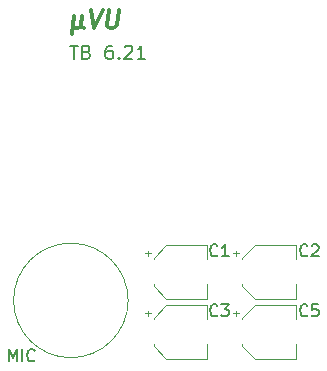
<source format=gbr>
%TF.GenerationSoftware,KiCad,Pcbnew,(5.1.9)-1*%
%TF.CreationDate,2021-06-15T19:55:56-04:00*%
%TF.ProjectId,uVU,7556552e-6b69-4636-9164-5f7063625858,rev?*%
%TF.SameCoordinates,Original*%
%TF.FileFunction,Legend,Top*%
%TF.FilePolarity,Positive*%
%FSLAX46Y46*%
G04 Gerber Fmt 4.6, Leading zero omitted, Abs format (unit mm)*
G04 Created by KiCad (PCBNEW (5.1.9)-1) date 2021-06-15 19:55:56*
%MOMM*%
%LPD*%
G01*
G04 APERTURE LIST*
%ADD10C,0.203200*%
%ADD11C,0.300000*%
%ADD12C,0.120000*%
%ADD13C,0.150000*%
G04 APERTURE END LIST*
D10*
X81851500Y-74558071D02*
X82504642Y-74558071D01*
X82178071Y-75701071D02*
X82178071Y-74558071D01*
X83266642Y-75102357D02*
X83429928Y-75156785D01*
X83484357Y-75211214D01*
X83538785Y-75320071D01*
X83538785Y-75483357D01*
X83484357Y-75592214D01*
X83429928Y-75646642D01*
X83321071Y-75701071D01*
X82885642Y-75701071D01*
X82885642Y-74558071D01*
X83266642Y-74558071D01*
X83375500Y-74612500D01*
X83429928Y-74666928D01*
X83484357Y-74775785D01*
X83484357Y-74884642D01*
X83429928Y-74993500D01*
X83375500Y-75047928D01*
X83266642Y-75102357D01*
X82885642Y-75102357D01*
X85389357Y-74558071D02*
X85171642Y-74558071D01*
X85062785Y-74612500D01*
X85008357Y-74666928D01*
X84899500Y-74830214D01*
X84845071Y-75047928D01*
X84845071Y-75483357D01*
X84899500Y-75592214D01*
X84953928Y-75646642D01*
X85062785Y-75701071D01*
X85280500Y-75701071D01*
X85389357Y-75646642D01*
X85443785Y-75592214D01*
X85498214Y-75483357D01*
X85498214Y-75211214D01*
X85443785Y-75102357D01*
X85389357Y-75047928D01*
X85280500Y-74993500D01*
X85062785Y-74993500D01*
X84953928Y-75047928D01*
X84899500Y-75102357D01*
X84845071Y-75211214D01*
X85988071Y-75592214D02*
X86042500Y-75646642D01*
X85988071Y-75701071D01*
X85933642Y-75646642D01*
X85988071Y-75592214D01*
X85988071Y-75701071D01*
X86477928Y-74666928D02*
X86532357Y-74612500D01*
X86641214Y-74558071D01*
X86913357Y-74558071D01*
X87022214Y-74612500D01*
X87076642Y-74666928D01*
X87131071Y-74775785D01*
X87131071Y-74884642D01*
X87076642Y-75047928D01*
X86423500Y-75701071D01*
X87131071Y-75701071D01*
X88219642Y-75701071D02*
X87566500Y-75701071D01*
X87893071Y-75701071D02*
X87893071Y-74558071D01*
X87784214Y-74721357D01*
X87675357Y-74830214D01*
X87566500Y-74884642D01*
D11*
X82185785Y-72068571D02*
X81998285Y-73568571D01*
X82801857Y-72854285D02*
X82855428Y-72997142D01*
X82989357Y-73068571D01*
X82087571Y-72854285D02*
X82141142Y-72997142D01*
X82275071Y-73068571D01*
X82560785Y-73068571D01*
X82712571Y-72997142D01*
X82801857Y-72854285D01*
X82900071Y-72068571D01*
X83605428Y-71568571D02*
X83917928Y-73068571D01*
X84605428Y-71568571D01*
X85105428Y-71568571D02*
X84953642Y-72782857D01*
X85007214Y-72925714D01*
X85069714Y-72997142D01*
X85203642Y-73068571D01*
X85489357Y-73068571D01*
X85641142Y-72997142D01*
X85721500Y-72925714D01*
X85810785Y-72782857D01*
X85962571Y-71568571D01*
D12*
%TO.C,MIC*%
X86765000Y-96139000D02*
G75*
G03*
X86765000Y-96139000I-4850000J0D01*
G01*
%TO.C,C5*%
X95929000Y-96996000D02*
X95929000Y-97496000D01*
X95679000Y-97246000D02*
X96179000Y-97246000D01*
X96419000Y-100001563D02*
X97483437Y-101066000D01*
X96419000Y-97610437D02*
X97483437Y-96546000D01*
X96419000Y-97610437D02*
X96419000Y-97746000D01*
X96419000Y-100001563D02*
X96419000Y-99866000D01*
X97483437Y-101066000D02*
X100939000Y-101066000D01*
X97483437Y-96546000D02*
X100939000Y-96546000D01*
X100939000Y-96546000D02*
X100939000Y-97746000D01*
X100939000Y-101066000D02*
X100939000Y-99866000D01*
%TO.C,C3*%
X88436000Y-96996000D02*
X88436000Y-97496000D01*
X88186000Y-97246000D02*
X88686000Y-97246000D01*
X88926000Y-100001563D02*
X89990437Y-101066000D01*
X88926000Y-97610437D02*
X89990437Y-96546000D01*
X88926000Y-97610437D02*
X88926000Y-97746000D01*
X88926000Y-100001563D02*
X88926000Y-99866000D01*
X89990437Y-101066000D02*
X93446000Y-101066000D01*
X89990437Y-96546000D02*
X93446000Y-96546000D01*
X93446000Y-96546000D02*
X93446000Y-97746000D01*
X93446000Y-101066000D02*
X93446000Y-99866000D01*
%TO.C,C2*%
X95929000Y-91916000D02*
X95929000Y-92416000D01*
X95679000Y-92166000D02*
X96179000Y-92166000D01*
X96419000Y-94921563D02*
X97483437Y-95986000D01*
X96419000Y-92530437D02*
X97483437Y-91466000D01*
X96419000Y-92530437D02*
X96419000Y-92666000D01*
X96419000Y-94921563D02*
X96419000Y-94786000D01*
X97483437Y-95986000D02*
X100939000Y-95986000D01*
X97483437Y-91466000D02*
X100939000Y-91466000D01*
X100939000Y-91466000D02*
X100939000Y-92666000D01*
X100939000Y-95986000D02*
X100939000Y-94786000D01*
%TO.C,C1*%
X88436000Y-91916000D02*
X88436000Y-92416000D01*
X88186000Y-92166000D02*
X88686000Y-92166000D01*
X88926000Y-94921563D02*
X89990437Y-95986000D01*
X88926000Y-92530437D02*
X89990437Y-91466000D01*
X88926000Y-92530437D02*
X88926000Y-92666000D01*
X88926000Y-94921563D02*
X88926000Y-94786000D01*
X89990437Y-95986000D02*
X93446000Y-95986000D01*
X89990437Y-91466000D02*
X93446000Y-91466000D01*
X93446000Y-91466000D02*
X93446000Y-92666000D01*
X93446000Y-95986000D02*
X93446000Y-94786000D01*
%TO.C,MIC*%
D13*
X76652571Y-101290380D02*
X76652571Y-100290380D01*
X76985904Y-101004666D01*
X77319238Y-100290380D01*
X77319238Y-101290380D01*
X77795428Y-101290380D02*
X77795428Y-100290380D01*
X78843047Y-101195142D02*
X78795428Y-101242761D01*
X78652571Y-101290380D01*
X78557333Y-101290380D01*
X78414476Y-101242761D01*
X78319238Y-101147523D01*
X78271619Y-101052285D01*
X78224000Y-100861809D01*
X78224000Y-100718952D01*
X78271619Y-100528476D01*
X78319238Y-100433238D01*
X78414476Y-100338000D01*
X78557333Y-100290380D01*
X78652571Y-100290380D01*
X78795428Y-100338000D01*
X78843047Y-100385619D01*
%TO.C,C5*%
X101941333Y-97385142D02*
X101893714Y-97432761D01*
X101750857Y-97480380D01*
X101655619Y-97480380D01*
X101512761Y-97432761D01*
X101417523Y-97337523D01*
X101369904Y-97242285D01*
X101322285Y-97051809D01*
X101322285Y-96908952D01*
X101369904Y-96718476D01*
X101417523Y-96623238D01*
X101512761Y-96528000D01*
X101655619Y-96480380D01*
X101750857Y-96480380D01*
X101893714Y-96528000D01*
X101941333Y-96575619D01*
X102846095Y-96480380D02*
X102369904Y-96480380D01*
X102322285Y-96956571D01*
X102369904Y-96908952D01*
X102465142Y-96861333D01*
X102703238Y-96861333D01*
X102798476Y-96908952D01*
X102846095Y-96956571D01*
X102893714Y-97051809D01*
X102893714Y-97289904D01*
X102846095Y-97385142D01*
X102798476Y-97432761D01*
X102703238Y-97480380D01*
X102465142Y-97480380D01*
X102369904Y-97432761D01*
X102322285Y-97385142D01*
%TO.C,C3*%
X94321333Y-97385142D02*
X94273714Y-97432761D01*
X94130857Y-97480380D01*
X94035619Y-97480380D01*
X93892761Y-97432761D01*
X93797523Y-97337523D01*
X93749904Y-97242285D01*
X93702285Y-97051809D01*
X93702285Y-96908952D01*
X93749904Y-96718476D01*
X93797523Y-96623238D01*
X93892761Y-96528000D01*
X94035619Y-96480380D01*
X94130857Y-96480380D01*
X94273714Y-96528000D01*
X94321333Y-96575619D01*
X94654666Y-96480380D02*
X95273714Y-96480380D01*
X94940380Y-96861333D01*
X95083238Y-96861333D01*
X95178476Y-96908952D01*
X95226095Y-96956571D01*
X95273714Y-97051809D01*
X95273714Y-97289904D01*
X95226095Y-97385142D01*
X95178476Y-97432761D01*
X95083238Y-97480380D01*
X94797523Y-97480380D01*
X94702285Y-97432761D01*
X94654666Y-97385142D01*
%TO.C,C2*%
X101941333Y-92305142D02*
X101893714Y-92352761D01*
X101750857Y-92400380D01*
X101655619Y-92400380D01*
X101512761Y-92352761D01*
X101417523Y-92257523D01*
X101369904Y-92162285D01*
X101322285Y-91971809D01*
X101322285Y-91828952D01*
X101369904Y-91638476D01*
X101417523Y-91543238D01*
X101512761Y-91448000D01*
X101655619Y-91400380D01*
X101750857Y-91400380D01*
X101893714Y-91448000D01*
X101941333Y-91495619D01*
X102322285Y-91495619D02*
X102369904Y-91448000D01*
X102465142Y-91400380D01*
X102703238Y-91400380D01*
X102798476Y-91448000D01*
X102846095Y-91495619D01*
X102893714Y-91590857D01*
X102893714Y-91686095D01*
X102846095Y-91828952D01*
X102274666Y-92400380D01*
X102893714Y-92400380D01*
%TO.C,C1*%
X94321333Y-92305142D02*
X94273714Y-92352761D01*
X94130857Y-92400380D01*
X94035619Y-92400380D01*
X93892761Y-92352761D01*
X93797523Y-92257523D01*
X93749904Y-92162285D01*
X93702285Y-91971809D01*
X93702285Y-91828952D01*
X93749904Y-91638476D01*
X93797523Y-91543238D01*
X93892761Y-91448000D01*
X94035619Y-91400380D01*
X94130857Y-91400380D01*
X94273714Y-91448000D01*
X94321333Y-91495619D01*
X95273714Y-92400380D02*
X94702285Y-92400380D01*
X94988000Y-92400380D02*
X94988000Y-91400380D01*
X94892761Y-91543238D01*
X94797523Y-91638476D01*
X94702285Y-91686095D01*
%TD*%
M02*

</source>
